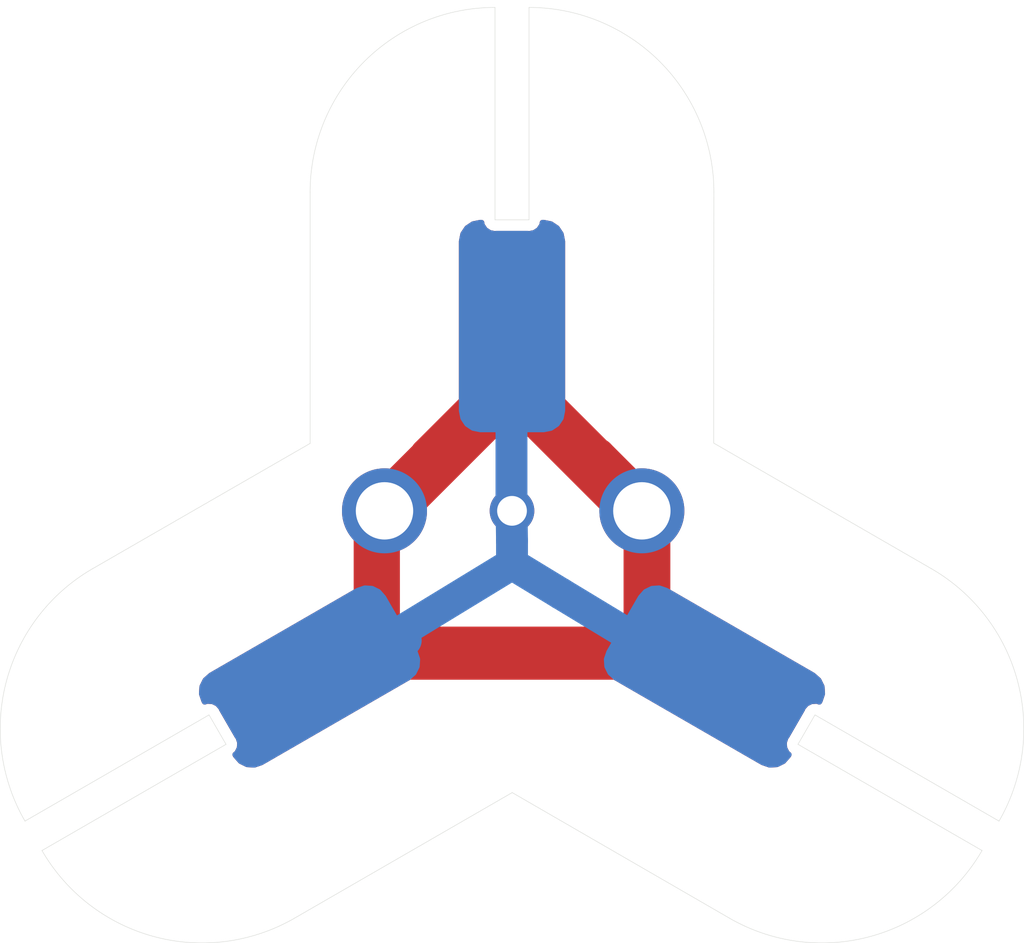
<source format=kicad_pcb>
(kicad_pcb (version 20171130) (host pcbnew "(5.0.2)-1")

  (general
    (thickness 1.6)
    (drawings 27)
    (tracks 34)
    (zones 0)
    (modules 7)
    (nets 3)
  )

  (page A4)
  (layers
    (0 F.Cu signal)
    (31 B.Cu signal)
    (32 B.Adhes user)
    (33 F.Adhes user)
    (34 B.Paste user)
    (35 F.Paste user)
    (36 B.SilkS user)
    (37 F.SilkS user)
    (38 B.Mask user)
    (39 F.Mask user)
    (40 Dwgs.User user)
    (41 Cmts.User user)
    (42 Eco1.User user)
    (43 Eco2.User user)
    (44 Edge.Cuts user)
    (45 Margin user)
    (46 B.CrtYd user hide)
    (47 F.CrtYd user hide)
    (48 B.Fab user hide)
    (49 F.Fab user hide)
  )

  (setup
    (last_trace_width 1.5)
    (trace_clearance 0.2)
    (zone_clearance 0.508)
    (zone_45_only no)
    (trace_min 0.2)
    (segment_width 0.2)
    (edge_width 0.02)
    (via_size 0.8)
    (via_drill 0.4)
    (via_min_size 0.4)
    (via_min_drill 0.3)
    (uvia_size 0.3)
    (uvia_drill 0.1)
    (uvias_allowed no)
    (uvia_min_size 0.2)
    (uvia_min_drill 0.1)
    (pcb_text_width 0.3)
    (pcb_text_size 1.5 1.5)
    (mod_edge_width 0.15)
    (mod_text_size 1 1)
    (mod_text_width 0.15)
    (pad_size 2.1 2.1)
    (pad_drill 1.4)
    (pad_to_mask_clearance 0.051)
    (solder_mask_min_width 0.25)
    (aux_axis_origin 0 0)
    (visible_elements 7EFFFF7F)
    (pcbplotparams
      (layerselection 0x01000_ffffffff)
      (usegerberextensions false)
      (usegerberattributes false)
      (usegerberadvancedattributes false)
      (creategerberjobfile false)
      (excludeedgelayer true)
      (linewidth 0.100000)
      (plotframeref false)
      (viasonmask false)
      (mode 1)
      (useauxorigin false)
      (hpglpennumber 1)
      (hpglpenspeed 20)
      (hpglpendiameter 15.000000)
      (psnegative false)
      (psa4output false)
      (plotreference true)
      (plotvalue true)
      (plotinvisibletext false)
      (padsonsilk false)
      (subtractmaskfromsilk false)
      (outputformat 1)
      (mirror false)
      (drillshape 0)
      (scaleselection 1)
      (outputdirectory "CAM/"))
  )

  (net 0 "")
  (net 1 /slot_r)
  (net 2 /slot_l)

  (net_class Default "This is the default net class."
    (clearance 0.2)
    (trace_width 1.5)
    (via_dia 0.8)
    (via_drill 0.4)
    (uvia_dia 0.3)
    (uvia_drill 0.1)
    (add_net /slot_l)
    (add_net /slot_r)
  )

  (module eo-footprints:molex_sma_0732510250 (layer F.Cu) (tedit 5DF40F6D) (tstamp 5DF2D4E4)
    (at 0 -2.3)
    (descr https://www.amphenolrf.com/downloads/dl/file/id/1793/product/2976/132134_14_customer_drawing.pdf)
    (tags "SMA THT Female Jack Vertical ExtendedLegs")
    (path /5DF2752D)
    (fp_text reference J1 (at 0.2 -3) (layer F.SilkS) hide
      (effects (font (size 1 1) (thickness 0.15)))
    )
    (fp_text value SMA_0732510250 (at 0.4 1) (layer F.Fab)
      (effects (font (size 1 1) (thickness 0.15)))
    )
    (fp_text user %R (at 0 -1) (layer F.Fab)
      (effects (font (size 1 1) (thickness 0.15)))
    )
    (pad 2 thru_hole circle (at -6 0) (size 4 4) (drill 2.7) (layers *.Cu *.Mask)
      (net 2 /slot_l))
    (pad 2 thru_hole circle (at 6.11 0) (size 4 4) (drill 2.7) (layers *.Cu *.Mask)
      (net 2 /slot_l))
    (pad 1 thru_hole circle (at 0 0) (size 2.1 2.1) (drill 1.4) (layers *.Cu *.Mask)
      (net 1 /slot_r))
    (model C:/Users/eric/Downloads/rosenberger-sma-2-hole-bulkhead-18-ghz-connector-1.snapshot.1/32K701-200E3.STEP
      (at (xyz 0 0 0))
      (scale (xyz 1 1 1))
      (rotate (xyz 0 0 0))
    )
  )

  (module MountingHole:MountingHole_2.7mm_M2.5 (layer F.Cu) (tedit 5DF273BA) (tstamp 5DF29185)
    (at 15.124356 1.803848 240)
    (descr "Mounting Hole 2.7mm, no annular, M2.5")
    (tags "mounting hole 2.7mm no annular m2.5")
    (attr virtual)
    (fp_text reference REF** (at 0 -3.7 240) (layer F.SilkS) hide
      (effects (font (size 1 1) (thickness 0.15)))
    )
    (fp_text value MountingHole_2.7mm_M2.5 (at 0 3.7 240) (layer F.Fab)
      (effects (font (size 1 1) (thickness 0.15)))
    )
    (fp_text user %R (at 0.3 0 240) (layer F.Fab)
      (effects (font (size 1 1) (thickness 0.15)))
    )
    (fp_circle (center 0 0) (end 2.7 0) (layer Cmts.User) (width 0.15))
    (fp_circle (center 0 0) (end 2.95 0) (layer F.CrtYd) (width 0.05))
    (pad 1 np_thru_hole circle (at 0 0 240) (size 2.7 2.7) (drill 2.7) (layers *.Cu *.Mask))
  )

  (module MountingHole:MountingHole_2.7mm_M2.5 (layer F.Cu) (tedit 5DF273BA) (tstamp 5DF2917E)
    (at -9.124356 12.196152 120)
    (descr "Mounting Hole 2.7mm, no annular, M2.5")
    (tags "mounting hole 2.7mm no annular m2.5")
    (attr virtual)
    (fp_text reference REF** (at 0 -3.7 120) (layer F.SilkS) hide
      (effects (font (size 1 1) (thickness 0.15)))
    )
    (fp_text value MountingHole_2.7mm_M2.5 (at 0 3.7 120) (layer F.Fab)
      (effects (font (size 1 1) (thickness 0.15)))
    )
    (fp_text user %R (at 0.3 0 120) (layer F.Fab)
      (effects (font (size 1 1) (thickness 0.15)))
    )
    (fp_circle (center 0 0) (end 2.7 0) (layer Cmts.User) (width 0.15))
    (fp_circle (center 0 0) (end 2.95 0) (layer F.CrtYd) (width 0.05))
    (pad 1 np_thru_hole circle (at 0 0 120) (size 2.7 2.7) (drill 2.7) (layers *.Cu *.Mask))
  )

  (module MountingHole:MountingHole_2.7mm_M2.5 (layer F.Cu) (tedit 5DF273BA) (tstamp 5DF29177)
    (at 9.124356 12.196152 240)
    (descr "Mounting Hole 2.7mm, no annular, M2.5")
    (tags "mounting hole 2.7mm no annular m2.5")
    (attr virtual)
    (fp_text reference REF** (at 0 -3.7 240) (layer F.SilkS) hide
      (effects (font (size 1 1) (thickness 0.15)))
    )
    (fp_text value MountingHole_2.7mm_M2.5 (at 0 3.7 240) (layer F.Fab)
      (effects (font (size 1 1) (thickness 0.15)))
    )
    (fp_circle (center 0 0) (end 2.95 0) (layer F.CrtYd) (width 0.05))
    (fp_circle (center 0 0) (end 2.7 0) (layer Cmts.User) (width 0.15))
    (fp_text user %R (at 0.3 0 240) (layer F.Fab)
      (effects (font (size 1 1) (thickness 0.15)))
    )
    (pad 1 np_thru_hole circle (at 0 0 240) (size 2.7 2.7) (drill 2.7) (layers *.Cu *.Mask))
  )

  (module MountingHole:MountingHole_2.7mm_M2.5 (layer F.Cu) (tedit 5DF273BA) (tstamp 5DF29170)
    (at -15.124356 1.803848 120)
    (descr "Mounting Hole 2.7mm, no annular, M2.5")
    (tags "mounting hole 2.7mm no annular m2.5")
    (attr virtual)
    (fp_text reference REF** (at 0 -3.7 120) (layer F.SilkS) hide
      (effects (font (size 1 1) (thickness 0.15)))
    )
    (fp_text value MountingHole_2.7mm_M2.5 (at 0 3.7 120) (layer F.Fab)
      (effects (font (size 1 1) (thickness 0.15)))
    )
    (fp_circle (center 0 0) (end 2.95 0) (layer F.CrtYd) (width 0.05))
    (fp_circle (center 0 0) (end 2.7 0) (layer Cmts.User) (width 0.15))
    (fp_text user %R (at 0.3 0 120) (layer F.Fab)
      (effects (font (size 1 1) (thickness 0.15)))
    )
    (pad 1 np_thru_hole circle (at 0 0 120) (size 2.7 2.7) (drill 2.7) (layers *.Cu *.Mask))
  )

  (module MountingHole:MountingHole_2.7mm_M2.5 (layer F.Cu) (tedit 5DF273BA) (tstamp 5DF29128)
    (at 6 -14)
    (descr "Mounting Hole 2.7mm, no annular, M2.5")
    (tags "mounting hole 2.7mm no annular m2.5")
    (attr virtual)
    (fp_text reference REF** (at 0 -3.7) (layer F.SilkS) hide
      (effects (font (size 1 1) (thickness 0.15)))
    )
    (fp_text value MountingHole_2.7mm_M2.5 (at 0 3.7) (layer F.Fab)
      (effects (font (size 1 1) (thickness 0.15)))
    )
    (fp_text user %R (at 0.3 0) (layer F.Fab)
      (effects (font (size 1 1) (thickness 0.15)))
    )
    (fp_circle (center 0 0) (end 2.7 0) (layer Cmts.User) (width 0.15))
    (fp_circle (center 0 0) (end 2.95 0) (layer F.CrtYd) (width 0.05))
    (pad 1 np_thru_hole circle (at 0 0) (size 2.7 2.7) (drill 2.7) (layers *.Cu *.Mask))
  )

  (module MountingHole:MountingHole_2.7mm_M2.5 (layer F.Cu) (tedit 5DF273BA) (tstamp 5DF29090)
    (at -6 -14)
    (descr "Mounting Hole 2.7mm, no annular, M2.5")
    (tags "mounting hole 2.7mm no annular m2.5")
    (attr virtual)
    (fp_text reference REF** (at 0 -3.7) (layer F.SilkS) hide
      (effects (font (size 1 1) (thickness 0.15)))
    )
    (fp_text value MountingHole_2.7mm_M2.5 (at 0 3.7) (layer F.Fab)
      (effects (font (size 1 1) (thickness 0.15)))
    )
    (fp_circle (center 0 0) (end 2.95 0) (layer F.CrtYd) (width 0.05))
    (fp_circle (center 0 0) (end 2.7 0) (layer Cmts.User) (width 0.15))
    (fp_text user %R (at 0.3 0) (layer F.Fab)
      (effects (font (size 1 1) (thickness 0.15)))
    )
    (pad 1 np_thru_hole circle (at 0 0) (size 2.7 2.7) (drill 2.7) (layers *.Cu *.Mask))
  )

  (gr_line (start 9.499999 -17.3) (end 9.491489 -5.489741) (layer Edge.Cuts) (width 0.02) (tstamp 5DF28B87))
  (gr_line (start 10.23224 16.877241) (end 0.008511 10.964741) (layer Edge.Cuts) (width 0.02) (tstamp 5DF28B86))
  (gr_line (start 19.732239 0.422759) (end 9.491489 -5.489741) (layer Edge.Cuts) (width 0.02) (tstamp 5DF28B85))
  (gr_line (start -10.232239 16.877241) (end 0.008511 10.964741) (layer Edge.Cuts) (width 0.02) (tstamp 5DF28B84))
  (gr_line (start -19.732239 0.422759) (end -9.5 -5.475) (layer Edge.Cuts) (width 0.02) (tstamp 5DF28B6F))
  (gr_arc (start 15.382239 7.95718) (end 22.91666 12.30718) (angle -90) (layer Edge.Cuts) (width 0.02) (tstamp 5DF28B6D))
  (gr_arc (start -14.582239 9.34282) (end -22.11666 13.69282) (angle -90) (layer Edge.Cuts) (width 0.02) (tstamp 5DF28B6C))
  (gr_arc (start 14.582239 9.34282) (end 10.232239 16.877241) (angle -90) (layer Edge.Cuts) (width 0.02) (tstamp 5DF28B6B))
  (gr_arc (start -15.382239 7.95718) (end -19.732239 0.422759) (angle -90) (layer Edge.Cuts) (width 0.02) (tstamp 5DF28B6A))
  (gr_arc (start 0.8 -17.3) (end 9.5 -17.3) (angle -90) (layer Edge.Cuts) (width 0.02) (tstamp 5DF28B4B))
  (gr_line (start -9.5 -17.3) (end -9.5 -5.475) (layer Edge.Cuts) (width 0.02))
  (gr_arc (start -0.8 -17.3) (end -0.8 -26) (angle -90) (layer Edge.Cuts) (width 0.02) (tstamp 5DF28B2E))
  (gr_line (start 7.696152 -1.330127) (end 2.696152 7.330127) (layer Eco1.User) (width 0.05) (tstamp 5DF28ADB))
  (gr_line (start -2.696152 7.330127) (end -7.696152 -1.330127) (layer Eco1.User) (width 0.05) (tstamp 5DF28ADA))
  (gr_line (start -5 -6) (end 5 -6) (layer Eco1.User) (width 0.05))
  (gr_line (start 14.256406 7.30718) (end 13.456406 8.69282) (layer Edge.Cuts) (width 0.02) (tstamp 5DF18C2F))
  (gr_line (start 22.91666 12.30718) (end 14.256406 7.30718) (layer Edge.Cuts) (width 0.02) (tstamp 5DF18C33))
  (gr_line (start -22.11666 13.69282) (end -13.456406 8.69282) (layer Edge.Cuts) (width 0.02) (tstamp 5DF18C32))
  (gr_line (start 22.11666 13.69282) (end 13.456406 8.69282) (layer Edge.Cuts) (width 0.02) (tstamp 5DF18C31))
  (gr_line (start -22.91666 12.30718) (end -14.256406 7.30718) (layer Edge.Cuts) (width 0.02) (tstamp 5DF18C30))
  (gr_line (start -13.456406 8.69282) (end -14.256406 7.30718) (layer Edge.Cuts) (width 0.02) (tstamp 5DF18C2E))
  (gr_line (start -0.8 -16) (end 0.8 -16) (layer Edge.Cuts) (width 0.02) (tstamp 5DF18C2C))
  (gr_line (start 0.8 -26) (end 0.8 -16) (layer Edge.Cuts) (width 0.02) (tstamp 5DF18C29))
  (gr_line (start -0.8 -26) (end -0.8 -16) (layer Edge.Cuts) (width 0.02) (tstamp 5DF18C26))
  (gr_line (start 0 0) (end 22.733167 13.125) (layer Eco1.User) (width 0.2) (tstamp 5DF18974))
  (gr_line (start 0 0) (end -22.733167 13.125) (layer Eco1.User) (width 0.2) (tstamp 5DF18973))
  (gr_line (start 0 0) (end 0 -26.25) (layer Eco1.User) (width 0.2))

  (segment (start -0.025 -2.6) (end -0.025 -7.775) (width 1.5) (layer B.Cu) (net 1))
  (segment (start 0 0.2) (end -5.9 3.8) (width 1.5) (layer B.Cu) (net 1))
  (segment (start -0.025 -2.6) (end 0 -0.9) (width 1.5) (layer B.Cu) (net 1))
  (segment (start 0 -0.9) (end 0 0.2) (width 1.5) (layer B.Cu) (net 1))
  (segment (start 2.3 1.6) (end 6.1 3.9) (width 1.5) (layer B.Cu) (net 1))
  (segment (start 0 0.2) (end 2.3 1.6) (width 1.5) (layer B.Cu) (net 1))
  (segment (start -5.9 3.8) (end -5 3.8) (width 1.5) (layer B.Cu) (net 1))
  (segment (start -4.025001 -4.949999) (end -4.025001 -4.974999) (width 1.5) (layer F.Cu) (net 2))
  (segment (start -6.025 -2.95) (end -4.025001 -4.949999) (width 1.5) (layer F.Cu) (net 2))
  (segment (start -4.025001 -4.974999) (end -1.4 -7.6) (width 1.5) (layer F.Cu) (net 2))
  (segment (start 4.085001 -4.949999) (end 4.050001 -4.949999) (width 1.5) (layer F.Cu) (net 2))
  (segment (start 6.085 -2.95) (end 4.085001 -4.949999) (width 1.5) (layer F.Cu) (net 2))
  (segment (start 4.050001 -4.949999) (end 1.8 -7.2) (width 1.5) (layer F.Cu) (net 2))
  (segment (start 6.085 0.128427) (end 6.1 0.143427) (width 1.5) (layer F.Cu) (net 2))
  (segment (start 6.085 -2.7) (end 6.085 0.128427) (width 1.5) (layer F.Cu) (net 2))
  (segment (start 5.2 4.9) (end 5.2 3.9) (width 1.5) (layer F.Cu) (net 2))
  (segment (start -6.1 3.9) (end -5.1 4.9) (width 1.5) (layer F.Cu) (net 2))
  (segment (start -5.1 4.9) (end 5.2 4.9) (width 1.5) (layer F.Cu) (net 2))
  (segment (start -6.025 3.825) (end -6.025 -1.5) (width 1.5) (layer F.Cu) (net 2))
  (segment (start -6.1 3.9) (end -6.025 3.825) (width 1.5) (layer F.Cu) (net 2))
  (segment (start -6.7 3.3) (end -6.1 3.9) (width 1.5) (layer F.Cu) (net 2))
  (segment (start -6.025 -2.7) (end -6.025 -2.075) (width 1.5) (layer F.Cu) (net 2))
  (segment (start -6.025 -2.075) (end -6.7 -1.4) (width 1.5) (layer F.Cu) (net 2))
  (segment (start 6.085 -1.5) (end 6.085 0.015) (width 1.5) (layer F.Cu) (net 2))
  (segment (start 6 4.1) (end 6 -1.225) (width 1.5) (layer F.Cu) (net 2) (tstamp 5DF2D4B3))
  (segment (start -6.7 -1.4) (end -6.7 3.3) (width 1.5) (layer F.Cu) (net 2))
  (segment (start 5.2 3.9) (end -6.1 3.9) (width 1.5) (layer F.Cu) (net 2))
  (segment (start -6.025 -1.5) (end -0.8 -6.725) (width 1.5) (layer F.Cu) (net 2))
  (segment (start -0.215 -7.8) (end -0.8 -7.8) (width 1.5) (layer F.Cu) (net 2))
  (segment (start 6.085 -1.5) (end -0.215 -7.8) (width 1.5) (layer F.Cu) (net 2))
  (segment (start -0.8 -6.725) (end -0.8 -7.8) (width 1.5) (layer F.Cu) (net 2))
  (segment (start -0.8 -7.8) (end -0.8 -9.2) (width 1.5) (layer F.Cu) (net 2))
  (segment (start 6.7 -1.71) (end 6.7 2.456573) (width 1.5) (layer F.Cu) (net 2))
  (segment (start 6.11 -2.3) (end 6.7 -1.71) (width 1.5) (layer F.Cu) (net 2))

  (zone (net 2) (net_name /slot_l) (layer F.Cu) (tstamp 5DF5DAF7) (hatch edge 0.508)
    (connect_pads (clearance 0.508))
    (min_thickness 0.254)
    (fill yes (arc_segments 16) (thermal_gap 0.508) (thermal_bridge_width 0.508) (smoothing fillet) (radius 1))
    (polygon
      (pts
        (xy 0 -16) (xy 2.5 -16) (xy 2.5 -6) (xy -2.5 -6) (xy -2.5 -16)
      )
    )
    (filled_polygon
      (pts
        (xy -1.407576 -15.748334) (xy -1.265019 -15.534981) (xy -1.051666 -15.392424) (xy -0.863525 -15.355) (xy -0.8 -15.342364)
        (xy -0.736475 -15.355) (xy 0.736475 -15.355) (xy 0.8 -15.342364) (xy 1.051666 -15.392424) (xy 1.265019 -15.534981)
        (xy 1.407576 -15.748334) (xy 1.432374 -15.873) (xy 1.487491 -15.873) (xy 1.83313 -15.804248) (xy 2.115545 -15.615545)
        (xy 2.304248 -15.33313) (xy 2.373 -14.987491) (xy 2.373 -7.012509) (xy 2.304248 -6.66687) (xy 2.115545 -6.384455)
        (xy 1.83313 -6.195752) (xy 1.487491 -6.127) (xy -1.487491 -6.127) (xy -1.83313 -6.195752) (xy -2.115545 -6.384455)
        (xy -2.304248 -6.66687) (xy -2.373 -7.012509) (xy -2.373 -14.987491) (xy -2.304248 -15.33313) (xy -2.115545 -15.615545)
        (xy -1.83313 -15.804248) (xy -1.487491 -15.873) (xy -1.432374 -15.873)
      )
    )
  )
  (zone (net 2) (net_name /slot_l) (layer F.Cu) (tstamp 5DF5DAF4) (hatch edge 0.508)
    (connect_pads (clearance 0.508))
    (min_thickness 0.254)
    (fill yes (arc_segments 16) (thermal_gap 0.508) (thermal_bridge_width 0.508) (smoothing fillet) (radius 1))
    (polygon
      (pts
        (xy -13.856406 8) (xy -15.106406 5.834936) (xy -6.446152 0.834936) (xy -3.946152 5.165064) (xy -12.606406 10.165064)
      )
    )
    (filled_polygon
      (pts
        (xy -6.586873 1.360112) (xy -6.282244 1.510338) (xy -6.049882 1.775297) (xy -4.562392 4.351706) (xy -4.449112 4.685414)
        (xy -4.471328 5.024343) (xy -4.621554 5.328972) (xy -4.886512 5.561334) (xy -11.793048 9.548824) (xy -12.126756 9.662103)
        (xy -12.465685 9.639888) (xy -12.770314 9.489662) (xy -13.002676 9.224703) (xy -13.030234 9.176972) (xy -12.934669 9.093164)
        (xy -12.821179 8.863029) (xy -12.804397 8.606982) (xy -12.804397 8.60698) (xy -12.866058 8.425333) (xy -12.886877 8.364002)
        (xy -12.929582 8.315307) (xy -13.666057 7.039696) (xy -13.686877 6.978362) (xy -13.856063 6.785443) (xy -14.086198 6.671953)
        (xy -14.342244 6.655171) (xy -14.342245 6.655171) (xy -14.445414 6.690192) (xy -14.462607 6.696028) (xy -14.490166 6.648294)
        (xy -14.603446 6.314586) (xy -14.58123 5.975657) (xy -14.431004 5.671028) (xy -14.166046 5.438666) (xy -7.25951 1.451176)
        (xy -6.925802 1.337897)
      )
    )
  )
  (zone (net 2) (net_name /slot_l) (layer F.Cu) (tstamp 5DF5DAF1) (hatch edge 0.508)
    (connect_pads (clearance 0.508))
    (min_thickness 0.254)
    (fill yes (arc_segments 16) (thermal_gap 0.508) (thermal_bridge_width 0.508) (smoothing fillet) (radius 1))
    (polygon
      (pts
        (xy 13.856406 8) (xy 12.606406 10.165064) (xy 3.946152 5.165064) (xy 6.446152 0.834936) (xy 15.106406 5.834936)
      )
    )
    (filled_polygon
      (pts
        (xy 7.25951 1.451176) (xy 14.166046 5.438666) (xy 14.431004 5.671028) (xy 14.58123 5.975657) (xy 14.603446 6.314586)
        (xy 14.490166 6.648294) (xy 14.462606 6.696029) (xy 14.342244 6.655171) (xy 14.101947 6.670921) (xy 14.086197 6.671953)
        (xy 14.07952 6.675246) (xy 13.856063 6.785443) (xy 13.856062 6.785444) (xy 13.729581 6.929667) (xy 13.72958 6.929669)
        (xy 13.686877 6.978362) (xy 13.666059 7.039691) (xy 12.929585 8.315303) (xy 12.886877 8.364002) (xy 12.809121 8.593066)
        (xy 12.804397 8.606982) (xy 12.821179 8.863028) (xy 12.934669 9.093163) (xy 13.030234 9.176971) (xy 13.002676 9.224703)
        (xy 12.770314 9.489662) (xy 12.465685 9.639888) (xy 12.126756 9.662103) (xy 11.793048 9.548824) (xy 4.886512 5.561334)
        (xy 4.621554 5.328972) (xy 4.471328 5.024343) (xy 4.449112 4.685414) (xy 4.562392 4.351706) (xy 6.049882 1.775297)
        (xy 6.282244 1.510338) (xy 6.586873 1.360112) (xy 6.925802 1.337897)
      )
    )
  )
  (zone (net 1) (net_name /slot_r) (layer B.Cu) (tstamp 5DF5DAEE) (hatch edge 0.508)
    (connect_pads (clearance 0.508))
    (min_thickness 0.254)
    (fill yes (arc_segments 16) (thermal_gap 0.508) (thermal_bridge_width 0.508) (smoothing fillet) (radius 1))
    (polygon
      (pts
        (xy 0 -16) (xy 2.5 -16) (xy 2.5 -6) (xy -2.5 -6) (xy -2.5 -16)
      )
    )
    (filled_polygon
      (pts
        (xy -1.407576 -15.748334) (xy -1.265019 -15.534981) (xy -1.051666 -15.392424) (xy -0.863525 -15.355) (xy -0.8 -15.342364)
        (xy -0.736475 -15.355) (xy 0.736475 -15.355) (xy 0.8 -15.342364) (xy 1.051666 -15.392424) (xy 1.265019 -15.534981)
        (xy 1.407576 -15.748334) (xy 1.432374 -15.873) (xy 1.487491 -15.873) (xy 1.83313 -15.804248) (xy 2.115545 -15.615545)
        (xy 2.304248 -15.33313) (xy 2.373 -14.987491) (xy 2.373 -7.012509) (xy 2.304248 -6.66687) (xy 2.115545 -6.384455)
        (xy 1.83313 -6.195752) (xy 1.487491 -6.127) (xy -1.487491 -6.127) (xy -1.83313 -6.195752) (xy -2.115545 -6.384455)
        (xy -2.304248 -6.66687) (xy -2.373 -7.012509) (xy -2.373 -14.987491) (xy -2.304248 -15.33313) (xy -2.115545 -15.615545)
        (xy -1.83313 -15.804248) (xy -1.487491 -15.873) (xy -1.432374 -15.873)
      )
    )
  )
  (zone (net 1) (net_name /slot_r) (layer B.Cu) (tstamp 5DF5DAEB) (hatch edge 0.508)
    (connect_pads (clearance 0.508))
    (min_thickness 0.254)
    (fill yes (arc_segments 16) (thermal_gap 0.508) (thermal_bridge_width 0.508) (smoothing fillet) (radius 1))
    (polygon
      (pts
        (xy -13.856406 8) (xy -15.106406 5.834936) (xy -6.446152 0.834936) (xy -3.946152 5.165064) (xy -12.606406 10.165064)
      )
    )
    (filled_polygon
      (pts
        (xy -6.586873 1.360112) (xy -6.282244 1.510338) (xy -6.049882 1.775297) (xy -4.562392 4.351706) (xy -4.449112 4.685414)
        (xy -4.471328 5.024343) (xy -4.621554 5.328972) (xy -4.886512 5.561334) (xy -11.793048 9.548824) (xy -12.126756 9.662103)
        (xy -12.465685 9.639888) (xy -12.770314 9.489662) (xy -13.002676 9.224703) (xy -13.030234 9.176972) (xy -12.934669 9.093164)
        (xy -12.821179 8.863029) (xy -12.804397 8.606982) (xy -12.804397 8.60698) (xy -12.866058 8.425333) (xy -12.886877 8.364002)
        (xy -12.929582 8.315307) (xy -13.666057 7.039696) (xy -13.686877 6.978362) (xy -13.856063 6.785443) (xy -14.086198 6.671953)
        (xy -14.342244 6.655171) (xy -14.342245 6.655171) (xy -14.445414 6.690192) (xy -14.462607 6.696028) (xy -14.490166 6.648294)
        (xy -14.603446 6.314586) (xy -14.58123 5.975657) (xy -14.431004 5.671028) (xy -14.166046 5.438666) (xy -7.25951 1.451176)
        (xy -6.925802 1.337897)
      )
    )
  )
  (zone (net 1) (net_name /slot_r) (layer B.Cu) (tstamp 5DF5DAE8) (hatch edge 0.508)
    (connect_pads (clearance 0.508))
    (min_thickness 0.254)
    (fill yes (arc_segments 16) (thermal_gap 0.508) (thermal_bridge_width 0.508) (smoothing fillet) (radius 1))
    (polygon
      (pts
        (xy 13.856406 8) (xy 12.606406 10.165064) (xy 3.946152 5.165064) (xy 6.446152 0.834936) (xy 15.106406 5.834936)
      )
    )
    (filled_polygon
      (pts
        (xy 7.25951 1.451176) (xy 14.166046 5.438666) (xy 14.431004 5.671028) (xy 14.58123 5.975657) (xy 14.603446 6.314586)
        (xy 14.490166 6.648294) (xy 14.462606 6.696029) (xy 14.342244 6.655171) (xy 14.101947 6.670921) (xy 14.086197 6.671953)
        (xy 14.07952 6.675246) (xy 13.856063 6.785443) (xy 13.856062 6.785444) (xy 13.729581 6.929667) (xy 13.72958 6.929669)
        (xy 13.686877 6.978362) (xy 13.666059 7.039691) (xy 12.929585 8.315303) (xy 12.886877 8.364002) (xy 12.809121 8.593066)
        (xy 12.804397 8.606982) (xy 12.821179 8.863028) (xy 12.934669 9.093163) (xy 13.030234 9.176971) (xy 13.002676 9.224703)
        (xy 12.770314 9.489662) (xy 12.465685 9.639888) (xy 12.126756 9.662103) (xy 11.793048 9.548824) (xy 4.886512 5.561334)
        (xy 4.621554 5.328972) (xy 4.471328 5.024343) (xy 4.449112 4.685414) (xy 4.562392 4.351706) (xy 6.049882 1.775297)
        (xy 6.282244 1.510338) (xy 6.586873 1.360112) (xy 6.925802 1.337897)
      )
    )
  )
)

</source>
